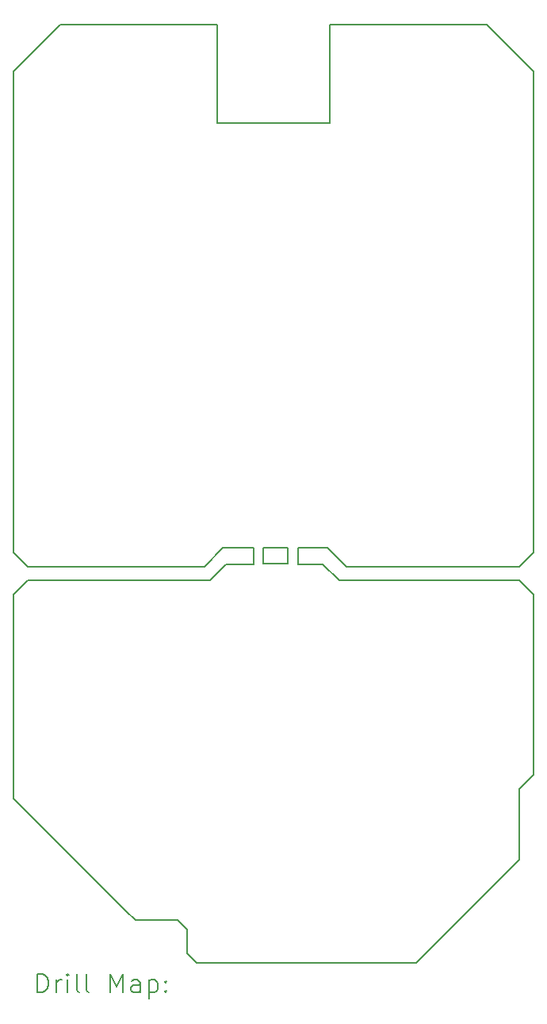
<source format=gbr>
%TF.GenerationSoftware,KiCad,Pcbnew,7.0.5.1-1-g8f565ef7f0-dirty-deb11*%
%TF.CreationDate,2023-08-09T09:10:00+00:00*%
%TF.ProjectId,GreenBean,47726565-6e42-4656-916e-2e6b69636164,rev?*%
%TF.SameCoordinates,Original*%
%TF.FileFunction,Drillmap*%
%TF.FilePolarity,Positive*%
%FSLAX45Y45*%
G04 Gerber Fmt 4.5, Leading zero omitted, Abs format (unit mm)*
G04 Created by KiCad (PCBNEW 7.0.5.1-1-g8f565ef7f0-dirty-deb11) date 2023-08-09 09:10:00*
%MOMM*%
%LPD*%
G01*
G04 APERTURE LIST*
%ADD10C,0.150000*%
%ADD11C,0.200000*%
G04 APERTURE END LIST*
D10*
X14540000Y-10775000D02*
X14850000Y-10775000D01*
X13770000Y-10950000D02*
X14060000Y-10950000D01*
X12800000Y-14750000D02*
X12700000Y-14650000D01*
X11500000Y-13450000D02*
X11500000Y-12100000D01*
X13535000Y-10975000D02*
X11650000Y-10975000D01*
X14540000Y-10950000D02*
X14800000Y-10950000D01*
X14875000Y-6250000D02*
X14875000Y-5200000D01*
X12700000Y-14650000D02*
X11500000Y-13450000D01*
X11500000Y-5700000D02*
X11500000Y-10825000D01*
X16900000Y-14100000D02*
X15800000Y-15200000D01*
X13350000Y-15100000D02*
X13350000Y-14850000D01*
X14975000Y-11125000D02*
X16475000Y-11125000D01*
X14850000Y-10775000D02*
X15050000Y-10975000D01*
X16550000Y-5200000D02*
X17050000Y-5700000D01*
X16900000Y-10975000D02*
X17050000Y-10825000D01*
X16900000Y-13350000D02*
X17050000Y-13200000D01*
X11650000Y-10975000D02*
X11500000Y-10825000D01*
X14060000Y-10775000D02*
X14060000Y-10950000D01*
X13735000Y-10775000D02*
X13535000Y-10975000D01*
X11500000Y-5700000D02*
X12000000Y-5200000D01*
X17050000Y-8500000D02*
X17050000Y-5700000D01*
X13675000Y-6250000D02*
X14875000Y-6250000D01*
X13675000Y-5200000D02*
X12000000Y-5200000D01*
X17050000Y-11275000D02*
X16900000Y-11125000D01*
X13595000Y-11125000D02*
X11700000Y-11125000D01*
X13450000Y-15200000D02*
X15800000Y-15200000D01*
X11650000Y-10975000D02*
X11650000Y-10975000D01*
X13770000Y-10950000D02*
X13595000Y-11125000D01*
X16900000Y-13350000D02*
X16900000Y-14100000D01*
X17050000Y-10825000D02*
X17050000Y-8500000D01*
X13675000Y-5200000D02*
X13675000Y-6250000D01*
X13450000Y-15200000D02*
X13350000Y-15100000D01*
X13350000Y-14850000D02*
X13250000Y-14750000D01*
X14167000Y-10776000D02*
X14429000Y-10776000D01*
X14429000Y-10949000D01*
X14167000Y-10949000D01*
X14167000Y-10776000D01*
X11500000Y-11275000D02*
X11500000Y-12100000D01*
X14875000Y-5200000D02*
X16550000Y-5200000D01*
X13250000Y-14750000D02*
X12850000Y-14750000D01*
X14540000Y-10775000D02*
X14540000Y-10950000D01*
X16900000Y-11125000D02*
X16475000Y-11125000D01*
X11650000Y-11125000D02*
X11500000Y-11275000D01*
X14800000Y-10950000D02*
X14975000Y-11125000D01*
X17050000Y-13200000D02*
X17050000Y-11275000D01*
X12850000Y-14750000D02*
X12800000Y-14750000D01*
X13735000Y-10775000D02*
X14060000Y-10775000D01*
X15050000Y-10975000D02*
X16900000Y-10975000D01*
X11700000Y-11125000D02*
X11650000Y-11125000D01*
D11*
X11753277Y-15518984D02*
X11753277Y-15318984D01*
X11753277Y-15318984D02*
X11800896Y-15318984D01*
X11800896Y-15318984D02*
X11829467Y-15328508D01*
X11829467Y-15328508D02*
X11848515Y-15347555D01*
X11848515Y-15347555D02*
X11858039Y-15366603D01*
X11858039Y-15366603D02*
X11867562Y-15404698D01*
X11867562Y-15404698D02*
X11867562Y-15433269D01*
X11867562Y-15433269D02*
X11858039Y-15471365D01*
X11858039Y-15471365D02*
X11848515Y-15490412D01*
X11848515Y-15490412D02*
X11829467Y-15509460D01*
X11829467Y-15509460D02*
X11800896Y-15518984D01*
X11800896Y-15518984D02*
X11753277Y-15518984D01*
X11953277Y-15518984D02*
X11953277Y-15385650D01*
X11953277Y-15423746D02*
X11962801Y-15404698D01*
X11962801Y-15404698D02*
X11972324Y-15395174D01*
X11972324Y-15395174D02*
X11991372Y-15385650D01*
X11991372Y-15385650D02*
X12010420Y-15385650D01*
X12077086Y-15518984D02*
X12077086Y-15385650D01*
X12077086Y-15318984D02*
X12067562Y-15328508D01*
X12067562Y-15328508D02*
X12077086Y-15338031D01*
X12077086Y-15338031D02*
X12086610Y-15328508D01*
X12086610Y-15328508D02*
X12077086Y-15318984D01*
X12077086Y-15318984D02*
X12077086Y-15338031D01*
X12200896Y-15518984D02*
X12181848Y-15509460D01*
X12181848Y-15509460D02*
X12172324Y-15490412D01*
X12172324Y-15490412D02*
X12172324Y-15318984D01*
X12305658Y-15518984D02*
X12286610Y-15509460D01*
X12286610Y-15509460D02*
X12277086Y-15490412D01*
X12277086Y-15490412D02*
X12277086Y-15318984D01*
X12534229Y-15518984D02*
X12534229Y-15318984D01*
X12534229Y-15318984D02*
X12600896Y-15461841D01*
X12600896Y-15461841D02*
X12667562Y-15318984D01*
X12667562Y-15318984D02*
X12667562Y-15518984D01*
X12848515Y-15518984D02*
X12848515Y-15414222D01*
X12848515Y-15414222D02*
X12838991Y-15395174D01*
X12838991Y-15395174D02*
X12819943Y-15385650D01*
X12819943Y-15385650D02*
X12781848Y-15385650D01*
X12781848Y-15385650D02*
X12762801Y-15395174D01*
X12848515Y-15509460D02*
X12829467Y-15518984D01*
X12829467Y-15518984D02*
X12781848Y-15518984D01*
X12781848Y-15518984D02*
X12762801Y-15509460D01*
X12762801Y-15509460D02*
X12753277Y-15490412D01*
X12753277Y-15490412D02*
X12753277Y-15471365D01*
X12753277Y-15471365D02*
X12762801Y-15452317D01*
X12762801Y-15452317D02*
X12781848Y-15442793D01*
X12781848Y-15442793D02*
X12829467Y-15442793D01*
X12829467Y-15442793D02*
X12848515Y-15433269D01*
X12943753Y-15385650D02*
X12943753Y-15585650D01*
X12943753Y-15395174D02*
X12962801Y-15385650D01*
X12962801Y-15385650D02*
X13000896Y-15385650D01*
X13000896Y-15385650D02*
X13019943Y-15395174D01*
X13019943Y-15395174D02*
X13029467Y-15404698D01*
X13029467Y-15404698D02*
X13038991Y-15423746D01*
X13038991Y-15423746D02*
X13038991Y-15480888D01*
X13038991Y-15480888D02*
X13029467Y-15499936D01*
X13029467Y-15499936D02*
X13019943Y-15509460D01*
X13019943Y-15509460D02*
X13000896Y-15518984D01*
X13000896Y-15518984D02*
X12962801Y-15518984D01*
X12962801Y-15518984D02*
X12943753Y-15509460D01*
X13124705Y-15499936D02*
X13134229Y-15509460D01*
X13134229Y-15509460D02*
X13124705Y-15518984D01*
X13124705Y-15518984D02*
X13115182Y-15509460D01*
X13115182Y-15509460D02*
X13124705Y-15499936D01*
X13124705Y-15499936D02*
X13124705Y-15518984D01*
X13124705Y-15395174D02*
X13134229Y-15404698D01*
X13134229Y-15404698D02*
X13124705Y-15414222D01*
X13124705Y-15414222D02*
X13115182Y-15404698D01*
X13115182Y-15404698D02*
X13124705Y-15395174D01*
X13124705Y-15395174D02*
X13124705Y-15414222D01*
M02*

</source>
